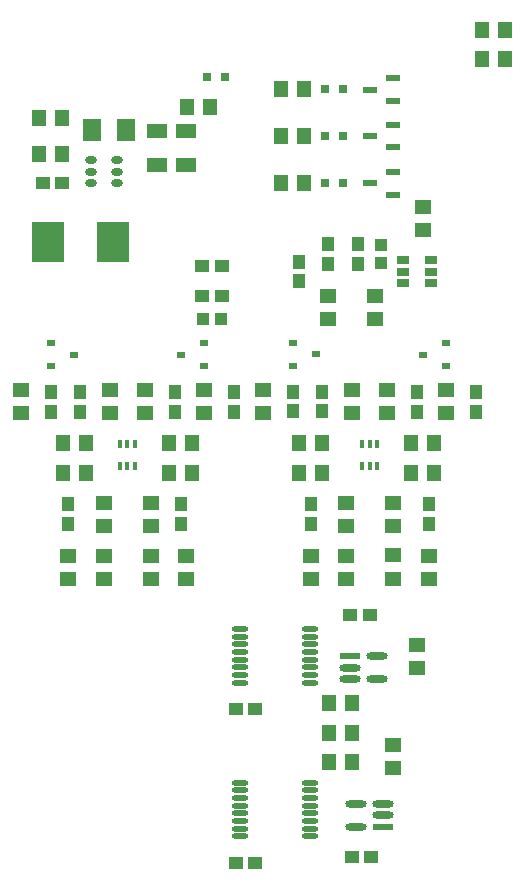
<source format=gbr>
%TF.GenerationSoftware,Altium Limited,Altium Designer,21.2.1 (34)*%
G04 Layer_Color=8421504*
%FSLAX45Y45*%
%MOMM*%
%TF.SameCoordinates,33E7FE8D-E1FD-4CC8-B6C0-267CAA33A984*%
%TF.FilePolarity,Positive*%
%TF.FileFunction,Paste,Top*%
%TF.Part,Single*%
G01*
G75*
%TA.AperFunction,SMDPad,CuDef*%
%ADD10O,1.40000X0.45000*%
%ADD11R,0.40000X0.66000*%
%ADD12O,1.00000X0.70000*%
G04:AMPARAMS|DCode=13|XSize=1.26mm|YSize=0.59mm|CornerRadius=0.07375mm|HoleSize=0mm|Usage=FLASHONLY|Rotation=180.000|XOffset=0mm|YOffset=0mm|HoleType=Round|Shape=RoundedRectangle|*
%AMROUNDEDRECTD13*
21,1,1.26000,0.44250,0,0,180.0*
21,1,1.11250,0.59000,0,0,180.0*
1,1,0.14750,-0.55625,0.22125*
1,1,0.14750,0.55625,0.22125*
1,1,0.14750,0.55625,-0.22125*
1,1,0.14750,-0.55625,-0.22125*
%
%ADD13ROUNDEDRECTD13*%
%ADD14R,1.10000X0.65000*%
%ADD15R,2.80000X3.50000*%
%ADD16R,0.72400X0.55900*%
%ADD17R,0.80000X0.80000*%
%ADD18R,1.25814X1.46213*%
%ADD19R,1.46213X1.25814*%
%ADD20R,1.80524X0.61213*%
G04:AMPARAMS|DCode=21|XSize=1.80524mm|YSize=0.61213mm|CornerRadius=0.30606mm|HoleSize=0mm|Usage=FLASHONLY|Rotation=180.000|XOffset=0mm|YOffset=0mm|HoleType=Round|Shape=RoundedRectangle|*
%AMROUNDEDRECTD21*
21,1,1.80524,0.00000,0,0,180.0*
21,1,1.19311,0.61213,0,0,180.0*
1,1,0.61213,-0.59655,0.00000*
1,1,0.61213,0.59655,0.00000*
1,1,0.61213,0.59655,0.00000*
1,1,0.61213,-0.59655,0.00000*
%
%ADD21ROUNDEDRECTD21*%
%ADD22R,1.05822X1.20651*%
%ADD23R,1.20651X1.05822*%
%ADD24R,1.55550X1.85822*%
%ADD25R,1.77000X1.21000*%
%ADD26R,1.00000X1.05000*%
%ADD27R,1.05000X1.00000*%
%TA.AperFunction,ConnectorPad*%
%ADD28R,1.46213X1.25814*%
%TA.AperFunction,Conductor*%
%ADD29C,0.25400*%
D10*
X2005000Y2482500D02*
D03*
Y2417500D02*
D03*
Y2352500D02*
D03*
Y2287500D02*
D03*
X2005001Y1182500D02*
D03*
Y1117500D02*
D03*
Y1052500D02*
D03*
Y987500D02*
D03*
X2005000Y2677500D02*
D03*
Y2612500D02*
D03*
Y2547500D02*
D03*
Y2222500D02*
D03*
X2595000Y2677500D02*
D03*
Y2612500D02*
D03*
Y2547500D02*
D03*
Y2482500D02*
D03*
Y2417500D02*
D03*
Y2352500D02*
D03*
Y2287500D02*
D03*
Y2222500D02*
D03*
X2005001Y1377500D02*
D03*
Y1312500D02*
D03*
Y1247500D02*
D03*
Y922500D02*
D03*
X2595001Y1377500D02*
D03*
Y1312500D02*
D03*
Y1247500D02*
D03*
Y1182500D02*
D03*
Y1117500D02*
D03*
Y1052500D02*
D03*
Y987500D02*
D03*
Y922500D02*
D03*
D11*
X985000Y4058000D02*
D03*
X1050000D02*
D03*
X1115000D02*
D03*
Y4242000D02*
D03*
X1050000D02*
D03*
X985000D02*
D03*
X3035000Y4242001D02*
D03*
X3100000D02*
D03*
X3165000D02*
D03*
Y4058001D02*
D03*
X3100000D02*
D03*
X3035000D02*
D03*
D12*
X740000Y6645000D02*
D03*
Y6550000D02*
D03*
Y6455000D02*
D03*
X960000D02*
D03*
Y6550000D02*
D03*
Y6645000D02*
D03*
D13*
X3296000Y6545000D02*
D03*
X3100000Y6450000D02*
D03*
X3296000Y6355000D02*
D03*
X3100000Y6850000D02*
D03*
X3296000Y6945000D02*
D03*
Y6755000D02*
D03*
X3300000Y7340000D02*
D03*
X3104000Y7245000D02*
D03*
X3300000Y7150000D02*
D03*
D14*
X3380000Y5797500D02*
D03*
Y5702500D02*
D03*
Y5607500D02*
D03*
X3620000D02*
D03*
Y5702500D02*
D03*
Y5797500D02*
D03*
D15*
X375000Y5950000D02*
D03*
X925000D02*
D03*
D16*
X3746800Y5095000D02*
D03*
X3550000Y5000001D02*
D03*
X3746800Y4905001D02*
D03*
X403200Y5095000D02*
D03*
X600000Y5000000D02*
D03*
X403200Y4905000D02*
D03*
X2449300Y5097501D02*
D03*
X2646100Y5002501D02*
D03*
X2449300Y4907501D02*
D03*
X1696800Y4905000D02*
D03*
X1500000Y5000000D02*
D03*
X1696800Y5095000D02*
D03*
D17*
X1875000Y7350000D02*
D03*
X1725000D02*
D03*
X2725000Y7250000D02*
D03*
X2875000D02*
D03*
Y6450000D02*
D03*
X2725000D02*
D03*
X2875000Y6850000D02*
D03*
X2725000D02*
D03*
D18*
X495399Y6700000D02*
D03*
X300000D02*
D03*
X1597699Y4000000D02*
D03*
X1402301D02*
D03*
X1597699Y4250000D02*
D03*
X1402301D02*
D03*
X3647699Y4000000D02*
D03*
X3452301D02*
D03*
X3645199Y4250000D02*
D03*
X3449800D02*
D03*
X2547699Y6850000D02*
D03*
X2352301D02*
D03*
X2547699Y7250000D02*
D03*
X2352301D02*
D03*
X2547699Y6450000D02*
D03*
X2352301D02*
D03*
X502300Y4000000D02*
D03*
X697699D02*
D03*
X502300Y4250000D02*
D03*
X697699D02*
D03*
X2502301Y4000000D02*
D03*
X2697699D02*
D03*
X2502301Y4250000D02*
D03*
X2697699D02*
D03*
X302301Y7000000D02*
D03*
X497699D02*
D03*
X1750199Y7100000D02*
D03*
X1554801D02*
D03*
X2752301Y1800000D02*
D03*
X2947699D02*
D03*
X2752301Y2050000D02*
D03*
X2947699D02*
D03*
X4247699Y7500000D02*
D03*
X4052301D02*
D03*
X4247699Y7750000D02*
D03*
X4052301D02*
D03*
X2752301Y1550000D02*
D03*
X2947699D02*
D03*
D19*
X3150000Y5302301D02*
D03*
Y5497699D02*
D03*
X3750000Y4502301D02*
D03*
Y4697700D02*
D03*
X3250000D02*
D03*
Y4502301D02*
D03*
X3300000Y3300200D02*
D03*
Y3104801D02*
D03*
X3600000Y3102301D02*
D03*
Y3297700D02*
D03*
X3300000Y3552301D02*
D03*
Y3747700D02*
D03*
X900000Y4697700D02*
D03*
Y4502301D02*
D03*
X850000Y3297700D02*
D03*
Y3102301D02*
D03*
X550000D02*
D03*
Y3297700D02*
D03*
X850000Y3552301D02*
D03*
Y3747699D02*
D03*
X2200000Y4507301D02*
D03*
Y4702700D02*
D03*
X2950000Y4700200D02*
D03*
Y4504802D02*
D03*
X2900000Y3297700D02*
D03*
Y3102301D02*
D03*
X2600000D02*
D03*
Y3297700D02*
D03*
X2900000Y3552301D02*
D03*
Y3747700D02*
D03*
X1700000Y4502301D02*
D03*
Y4697700D02*
D03*
X1200000D02*
D03*
Y4502301D02*
D03*
X1250000Y3297700D02*
D03*
Y3102301D02*
D03*
X1550000D02*
D03*
Y3297700D02*
D03*
X1250000Y3552301D02*
D03*
Y3747699D02*
D03*
X2750000Y5304801D02*
D03*
Y5500200D02*
D03*
X3300000Y1697699D02*
D03*
Y1502301D02*
D03*
X3500000Y2349800D02*
D03*
Y2545199D02*
D03*
X3550000Y6052301D02*
D03*
Y6247699D02*
D03*
D20*
X3215048Y1005000D02*
D03*
X2934952Y2445000D02*
D03*
D21*
X3215048Y1100000D02*
D03*
Y1195000D02*
D03*
X2984952D02*
D03*
Y1005000D02*
D03*
X2934952Y2350000D02*
D03*
Y2255000D02*
D03*
X3165048D02*
D03*
Y2445000D02*
D03*
D22*
X2750000Y5769915D02*
D03*
Y5935086D02*
D03*
X650000Y4517414D02*
D03*
Y4682586D02*
D03*
X400000Y4517414D02*
D03*
Y4682586D02*
D03*
X550000Y3567414D02*
D03*
Y3732586D02*
D03*
X2700000Y4522415D02*
D03*
Y4687587D02*
D03*
X2450000Y4522415D02*
D03*
Y4687587D02*
D03*
X2600000Y3567415D02*
D03*
Y3732586D02*
D03*
X1450000Y4517414D02*
D03*
Y4682586D02*
D03*
X1950000Y4517414D02*
D03*
Y4682586D02*
D03*
X1500000Y3567414D02*
D03*
Y3732586D02*
D03*
X3500000Y4517415D02*
D03*
Y4682587D02*
D03*
X4000000Y4517415D02*
D03*
Y4682587D02*
D03*
X3600000Y3567415D02*
D03*
Y3732586D02*
D03*
X2500000Y5619914D02*
D03*
Y5785086D02*
D03*
X3000000Y5769915D02*
D03*
Y5935086D02*
D03*
D23*
X334828Y6450000D02*
D03*
X500000D02*
D03*
X3100000Y2800000D02*
D03*
X2934828D02*
D03*
X1683414Y5750000D02*
D03*
X1848586D02*
D03*
X1683414Y5500000D02*
D03*
X1848586D02*
D03*
X1967414Y2000000D02*
D03*
X2132586D02*
D03*
X2132586Y700000D02*
D03*
X1967415D02*
D03*
X2950000Y750000D02*
D03*
X3115172D02*
D03*
D24*
X1040272Y6900000D02*
D03*
X750000D02*
D03*
D25*
X1550000Y6892800D02*
D03*
Y6607200D02*
D03*
X1300000Y6892800D02*
D03*
Y6607200D02*
D03*
D26*
X3200000Y5777500D02*
D03*
Y5927500D02*
D03*
D27*
X1841000Y5300000D02*
D03*
X1691000D02*
D03*
D28*
X150000Y4502301D02*
D03*
Y4697700D02*
D03*
D29*
X2898705Y3753796D02*
X2900000Y3752501D01*
%TF.MD5,719ca01f542ca077758f9845b5288664*%
M02*

</source>
